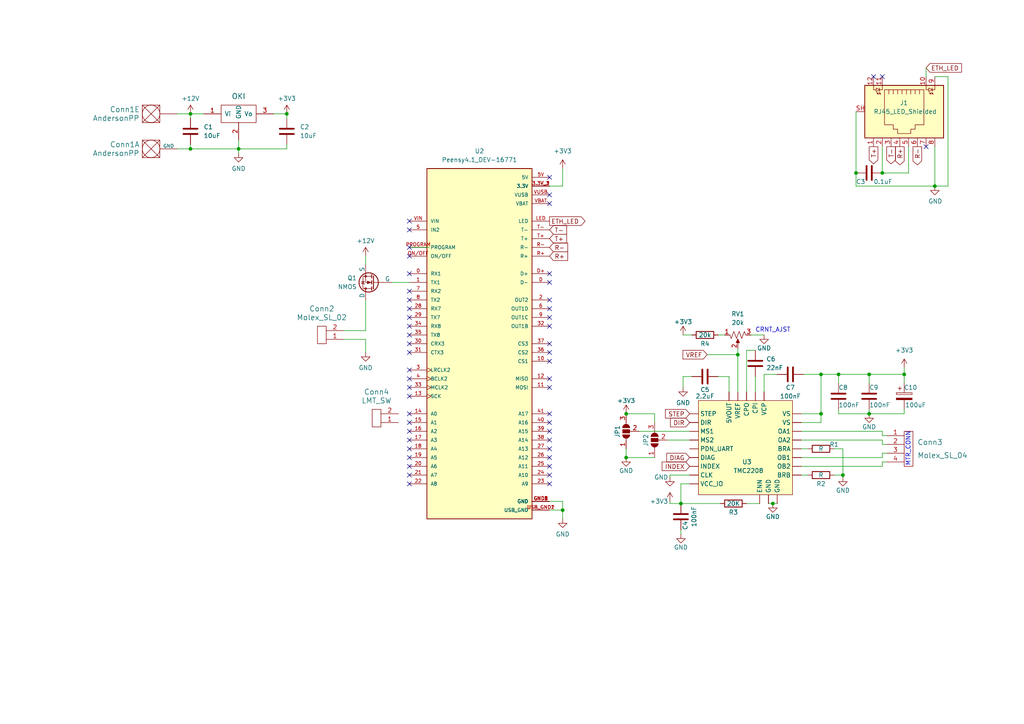
<source format=kicad_sch>
(kicad_sch (version 20230121) (generator eeschema)
  (paper "A4")
  (lib_symbols
    (symbol "Connector:RJ45_LED_Shielded" (pin_names (offset 1.016))
      (property "Reference" "J" (at -5.08 13.97 0))
      (property "Value" "RJ45_LED_Shielded" (at 1.27 13.97 0))
      (symbol "RJ45_LED_Shielded_0_1"
        (polyline (pts (xy -7.62 -7.62) (xy -6.35 -7.62)))
        (polyline (pts (xy -7.62 -5.08) (xy -6.35 -5.08)))
        (polyline (pts (xy -7.62 7.62) (xy -6.35 7.62)))
        (polyline (pts (xy -7.62 10.16) (xy -6.35 10.16)))
        (polyline (pts (xy -6.858 -5.842) (xy -5.842 -5.842)))
        (polyline (pts (xy -6.858 9.398) (xy -5.842 9.398)))
        (polyline (pts (xy -6.35 -7.62) (xy -6.35 -6.858)))
        (polyline (pts (xy -6.35 -5.08) (xy -6.35 -5.842)))
        (polyline (pts (xy -6.35 7.62) (xy -6.35 8.382)))
        (polyline (pts (xy -6.35 10.16) (xy -6.35 9.398)))
        (polyline (pts (xy -5.08 -6.223) (xy -5.207 -6.604)))
        (polyline (pts (xy -5.08 -5.588) (xy -5.207 -5.969)))
        (polyline (pts (xy -5.08 4.445) (xy -6.35 4.445)))
        (polyline (pts (xy -5.08 5.715) (xy -6.35 5.715)))
        (polyline (pts (xy -5.08 9.017) (xy -5.207 8.636)))
        (polyline (pts (xy -5.08 9.652) (xy -5.207 9.271)))
        (polyline (pts (xy -6.35 -3.175) (xy -5.08 -3.175) (xy -5.08 -3.175)))
        (polyline (pts (xy -6.35 -1.905) (xy -5.08 -1.905) (xy -5.08 -1.905)))
        (polyline (pts (xy -6.35 -0.635) (xy -5.08 -0.635) (xy -5.08 -0.635)))
        (polyline (pts (xy -6.35 0.635) (xy -5.08 0.635) (xy -5.08 0.635)))
        (polyline (pts (xy -6.35 1.905) (xy -5.08 1.905) (xy -5.08 1.905)))
        (polyline (pts (xy -5.588 -6.731) (xy -5.08 -6.223) (xy -5.461 -6.35)))
        (polyline (pts (xy -5.588 -6.096) (xy -5.08 -5.588) (xy -5.461 -5.715)))
        (polyline (pts (xy -5.588 8.509) (xy -5.08 9.017) (xy -5.461 8.89)))
        (polyline (pts (xy -5.588 9.144) (xy -5.08 9.652) (xy -5.461 9.525)))
        (polyline (pts (xy -5.08 3.175) (xy -6.35 3.175) (xy -6.35 3.175)))
        (polyline (pts (xy -6.35 -5.842) (xy -6.858 -6.858) (xy -5.842 -6.858) (xy -6.35 -5.842)))
        (polyline (pts (xy -6.35 9.398) (xy -6.858 8.382) (xy -5.842 8.382) (xy -6.35 9.398)))
        (polyline (pts (xy -6.35 -4.445) (xy -6.35 6.985) (xy 3.81 6.985) (xy 3.81 4.445) (xy 5.08 4.445) (xy 5.08 3.175) (xy 6.35 3.175) (xy 6.35 -0.635) (xy 5.08 -0.635) (xy 5.08 -1.905) (xy 3.81 -1.905) (xy 3.81 -4.445) (xy -6.35 -4.445) (xy -6.35 -4.445)))
        (rectangle (start 7.62 12.7) (end -7.62 -10.16) (stroke (width 0.254)) (fill (type background)))
      )
      (symbol "RJ45_LED_Shielded_1_1"
        (pin passive line (at 10.16 -7.62 180) (length 2.54) (name "~") (number "1"))
        (pin passive line (at -10.16 7.62 0) (length 2.54) (name "~") (number "10"))
        (pin passive line (at -10.16 -5.08 0) (length 2.54) (name "~") (number "11"))
        (pin passive line (at -10.16 -7.62 0) (length 2.54) (name "~") (number "12"))
        (pin passive line (at 10.16 -5.08 180) (length 2.54) (name "~") (number "2"))
        (pin passive line (at 10.16 -2.54 180) (length 2.54) (name "~") (number "3"))
        (pin passive line (at 10.16 0 180) (length 2.54) (name "~") (number "4"))
        (pin passive line (at 10.16 2.54 180) (length 2.54) (name "~") (number "5"))
        (pin passive line (at 10.16 5.08 180) (length 2.54) (name "~") (number "6"))
        (pin passive line (at 10.16 7.62 180) (length 2.54) (name "~") (number "7"))
        (pin passive line (at 10.16 10.16 180) (length 2.54) (name "~") (number "8"))
        (pin passive line (at -10.16 10.16 0) (length 2.54) (name "~") (number "9"))
        (pin passive line (at 0 -12.7 90) (length 2.54) (name "~") (number "SH"))
      )
    )
    (symbol "Device:C" (pin_numbers hide) (pin_names (offset 0.254))
      (property "Reference" "C" (at 0.635 2.54 0))
      (property "Value" "C" (at 0.635 -2.54 0))
      (symbol "C_0_1"
        (polyline (pts (xy -2.032 -0.762) (xy 2.032 -0.762)) (stroke (width 0.508)))
        (polyline (pts (xy -2.032 0.762) (xy 2.032 0.762)) (stroke (width 0.508)))
      )
      (symbol "C_1_1"
        (pin passive line (at 0 3.81 270) (length 2.794) (name "~") (number "1"))
        (pin passive line (at 0 -3.81 90) (length 2.794) (name "~") (number "2"))
      )
    )
    (symbol "Device:C_Polarized" (pin_numbers hide) (pin_names (offset 0.254))
      (property "Reference" "C" (at 0.635 2.54 0))
      (property "Value" "C_Polarized" (at 0.635 -2.54 0))
      (symbol "C_Polarized_0_1"
        (rectangle (start -2.286 0.508) (end 2.286 1.016))
        (polyline (pts (xy -1.778 2.286) (xy -0.762 2.286)))
        (polyline (pts (xy -1.27 2.794) (xy -1.27 1.778)))
        (rectangle (start 2.286 -0.508) (end -2.286 -1.016) (fill (type outline)))
      )
      (symbol "C_Polarized_1_1"
        (pin passive line (at 0 3.81 270) (length 2.794) (name "~") (number "1"))
        (pin passive line (at 0 -3.81 90) (length 2.794) (name "~") (number "2"))
      )
    )
    (symbol "Device:R" (pin_numbers hide) (pin_names (offset 0))
      (property "Reference" "R" (at 2.032 0 90))
      (property "Value" "R" (at 0 0 90))
      (symbol "R_0_1"
        (rectangle (start -1.016 -2.54) (end 1.016 2.54) (stroke (width 0.254)))
      )
      (symbol "R_1_1"
        (pin passive line (at 0 3.81 270) (length 1.27) (name "~") (number "1"))
        (pin passive line (at 0 -3.81 90) (length 1.27) (name "~") (number "2"))
      )
    )
    (symbol "Device:R_Potentiometer_US" (pin_names (offset 1.016) hide)
      (property "Reference" "RV" (at -4.445 0 90))
      (property "Value" "R_Potentiometer_US" (at -2.54 0 90))
      (symbol "R_Potentiometer_US_0_1"
        (polyline (pts (xy 0 -2.286) (xy 0 -2.54)))
        (polyline (pts (xy 0 2.54) (xy 0 2.286)))
        (polyline (pts (xy 2.54 0) (xy 1.524 0)))
        (polyline (pts (xy 1.143 0) (xy 2.286 0.508) (xy 2.286 -0.508) (xy 1.143 0)) (fill (type outline)))
        (polyline (pts (xy 0 -0.762) (xy 1.016 -1.143) (xy 0 -1.524) (xy -1.016 -1.905) (xy 0 -2.286)))
        (polyline (pts (xy 0 0.762) (xy 1.016 0.381) (xy 0 0) (xy -1.016 -0.381) (xy 0 -0.762)))
        (polyline (pts (xy 0 2.286) (xy 1.016 1.905) (xy 0 1.524) (xy -1.016 1.143) (xy 0 0.762)))
      )
      (symbol "R_Potentiometer_US_1_1"
        (pin passive line (at 0 3.81 270) (length 1.27) (name "1") (number "1"))
        (pin passive line (at 3.81 0 180) (length 1.27) (name "2") (number "2"))
        (pin passive line (at 0 -3.81 90) (length 1.27) (name "3") (number "3"))
      )
    )
    (symbol "Jumper:SolderJumper_3_Open" (pin_names (offset 0) hide)
      (property "Reference" "JP" (at -2.54 -2.54 0))
      (property "Value" "SolderJumper_3_Open" (at 0 2.794 0))
      (symbol "SolderJumper_3_Open_0_1"
        (arc (start -1.016 1.016) (mid -2.0276 0) (end -1.016 -1.016))
        (arc (start -1.016 1.016) (mid -2.0276 0) (end -1.016 -1.016) (fill (type outline)))
        (rectangle (start -0.508 1.016) (end 0.508 -1.016) (fill (type outline)))
        (polyline (pts (xy -2.54 0) (xy -2.032 0)))
        (polyline (pts (xy -1.016 1.016) (xy -1.016 -1.016)))
        (polyline (pts (xy 0 -1.27) (xy 0 -1.016)))
        (polyline (pts (xy 1.016 1.016) (xy 1.016 -1.016)))
        (polyline (pts (xy 2.54 0) (xy 2.032 0)))
        (arc (start 1.016 -1.016) (mid 2.0276 0) (end 1.016 1.016))
        (arc (start 1.016 -1.016) (mid 2.0276 0) (end 1.016 1.016) (fill (type outline)))
      )
      (symbol "SolderJumper_3_Open_1_1"
        (pin passive line (at -5.08 0 0) (length 2.54) (name "A") (number "1"))
        (pin passive line (at 0 -3.81 90) (length 2.54) (name "C") (number "2"))
        (pin passive line (at 5.08 0 180) (length 2.54) (name "B") (number "3"))
      )
    )
    (symbol "MRDT_Connectors:AndersonPP" (pin_numbers hide) (pin_names (offset 0))
      (property "Reference" "Conn" (at 3.81 -1.27 0))
      (property "Value" "AndersonPP" (at 2.54 6.35 0))
      (symbol "AndersonPP_0_1"
        (polyline (pts (xy 0 5.08) (xy 5.08 0)))
        (polyline (pts (xy 5.08 5.08) (xy 0 0)))
        (rectangle (start 0 0) (end 5.08 5.08))
        (circle (center 2.54 2.54) (radius 2.54))
      )
      (symbol "AndersonPP_1_1"
        (pin input line (at 10.16 2.54 180) (length 5.08) (name "GND") (number "1"))
      )
      (symbol "AndersonPP_2_1"
        (pin input line (at 10.16 2.54 180) (length 5.08) (name "V+Log") (number "2"))
      )
      (symbol "AndersonPP_3_1"
        (pin input line (at 10.16 2.54 180) (length 5.08) (name "V+Act") (number "3"))
      )
      (symbol "AndersonPP_4_1"
        (pin input line (at 10.16 2.54 180) (length 5.08) (name "PV+") (number "4"))
      )
      (symbol "AndersonPP_5_1"
        (pin input line (at 10.16 2.54 180) (length 5.08) (name "~") (number "1"))
      )
    )
    (symbol "MRDT_Connectors:Molex_SL_02" (pin_names (offset 1.016))
      (property "Reference" "Conn" (at 3.81 -1.27 0))
      (property "Value" "Molex_SL_02" (at 1.27 6.35 0))
      (symbol "Molex_SL_02_0_1"
        (rectangle (start 0 5.08) (end 2.54 0))
      )
      (symbol "Molex_SL_02_1_1"
        (pin input line (at -5.08 3.81 0) (length 5.08) (name "~") (number "1"))
        (pin input line (at -5.08 1.27 0) (length 5.08) (name "~") (number "2"))
      )
    )
    (symbol "MRDT_Connectors:Molex_SL_04" (pin_names (offset 1.016))
      (property "Reference" "Conn" (at 3.81 -1.27 0))
      (property "Value" "Molex_SL_04" (at 1.27 11.43 0))
      (symbol "Molex_SL_04_0_1"
        (rectangle (start 0 10.16) (end 2.54 0))
      )
      (symbol "Molex_SL_04_1_1"
        (pin input line (at -5.08 8.89 0) (length 5.08) (name "~") (number "1"))
        (pin input line (at -5.08 6.35 0) (length 5.08) (name "~") (number "2"))
        (pin input line (at -5.08 3.81 0) (length 5.08) (name "~") (number "3"))
        (pin input line (at -5.08 1.27 0) (length 5.08) (name "~") (number "4"))
      )
    )
    (symbol "MRDT_Devices:OKI" (pin_names (offset 1.016))
      (property "Value" "OKI" (at 5.08 6.35 0))
      (symbol "OKI_0_1"
        (rectangle (start 0 0) (end 10.16 5.08))
      )
      (symbol "OKI_1_1"
        (pin input line (at -5.08 2.54 0) (length 5.08) (name "Vi") (number "1"))
        (pin output line (at 5.08 -5.08 90) (length 5.08) (name "GND") (number "2"))
        (pin output line (at 15.24 2.54 180) (length 5.08) (name "Vo") (number "3"))
      )
    )
    (symbol "MRDT_Devices:TMC2208"
      (property "Reference" "U?" (at 0 0 0))
      (property "Value" "TMC2208" (at 0 0 0))
      (symbol "TMC2208_1_1"
        (rectangle (start -13.97 13.97) (end 13.335 -13.335) (fill (type background)))
        (pin input line (at -5.08 16.51 270) (length 2.54) (name "5VOUT") (number ""))
        (pin input line (at 15.875 0 180) (length 2.54) (name "BRA") (number ""))
        (pin input line (at 15.875 -7.62 180) (length 2.54) (name "BRB") (number ""))
        (pin input line (at -16.51 -7.62 0) (length 2.54) (name "CLK") (number ""))
        (pin input line (at 2.54 16.51 270) (length 2.54) (name "CPI") (number ""))
        (pin input line (at 0 16.51 270) (length 2.54) (name "CPO") (number ""))
        (pin input line (at -16.51 -2.54 0) (length 2.54) (name "DIAG") (number ""))
        (pin input line (at -16.51 7.62 0) (length 2.54) (name "DIR") (number ""))
        (pin input line (at 3.81 -15.875 90) (length 2.54) (name "ENN") (number ""))
        (pin input line (at 6.35 -15.875 90) (length 2.54) (name "GND") (number ""))
        (pin input line (at 8.89 -15.875 90) (length 2.54) (name "GND") (number ""))
        (pin input line (at -16.51 -5.08 0) (length 2.54) (name "INDEX") (number ""))
        (pin input line (at -16.51 5.08 0) (length 2.54) (name "MS1") (number ""))
        (pin input line (at -16.51 2.54 0) (length 2.54) (name "MS2") (number ""))
        (pin input line (at 15.875 5.08 180) (length 2.54) (name "OA1") (number ""))
        (pin input line (at 15.875 2.54 180) (length 2.54) (name "OA2") (number ""))
        (pin input line (at 15.875 -2.54 180) (length 2.54) (name "OB1") (number ""))
        (pin input line (at 15.875 -5.08 180) (length 2.54) (name "OB2") (number ""))
        (pin input line (at -16.51 0 0) (length 2.54) (name "PDN_UART") (number ""))
        (pin input line (at -16.51 10.16 0) (length 2.54) (name "STEP") (number ""))
        (pin input line (at -16.51 -10.16 0) (length 2.54) (name "VCC_IO") (number ""))
        (pin input line (at 5.08 16.51 270) (length 2.54) (name "VCP") (number ""))
        (pin input line (at -2.54 16.51 270) (length 2.54) (name "VREF") (number ""))
        (pin input line (at 15.875 7.62 180) (length 2.54) (name "VS") (number ""))
        (pin input line (at 15.875 10.16 180) (length 2.54) (name "VS") (number ""))
      )
    )
    (symbol "MRDT_Shields:Teensy4.1_DEV-16771" (pin_names (offset 1.016))
      (property "Reference" "U" (at -15.24 52.07 0))
      (property "Value" "Teensy4.1_DEV-16771" (at -15.24 -53.34 0))
      (symbol "Teensy4.1_DEV-16771_0_0"
        (rectangle (start -15.24 -50.8) (end 15.24 50.8) (stroke (width 0.254)) (fill (type background)))
        (pin bidirectional line (at -20.32 20.32 0) (length 5.08) (name "RX1") (number "0"))
        (pin bidirectional line (at -20.32 17.78 0) (length 5.08) (name "TX1") (number "1"))
        (pin bidirectional line (at 20.32 -5.08 180) (length 5.08) (name "CS1") (number "10"))
        (pin bidirectional line (at 20.32 -12.7 180) (length 5.08) (name "MOSI") (number "11"))
        (pin bidirectional line (at 20.32 -10.16 180) (length 5.08) (name "MISO") (number "12"))
        (pin bidirectional clock (at -20.32 -15.24 0) (length 5.08) (name "SCK") (number "13"))
        (pin bidirectional line (at -20.32 -20.32 0) (length 5.08) (name "A0") (number "14"))
        (pin bidirectional line (at -20.32 -22.86 0) (length 5.08) (name "A1") (number "15"))
        (pin bidirectional line (at -20.32 -25.4 0) (length 5.08) (name "A2") (number "16"))
        (pin bidirectional line (at -20.32 -27.94 0) (length 5.08) (name "A3") (number "17"))
        (pin bidirectional line (at -20.32 -30.48 0) (length 5.08) (name "A4") (number "18"))
        (pin bidirectional line (at -20.32 -33.02 0) (length 5.08) (name "A5") (number "19"))
        (pin output line (at 20.32 12.7 180) (length 5.08) (name "OUT2") (number "2"))
        (pin bidirectional line (at -20.32 -35.56 0) (length 5.08) (name "A6") (number "20"))
        (pin bidirectional line (at -20.32 -38.1 0) (length 5.08) (name "A7") (number "21"))
        (pin bidirectional line (at -20.32 -40.64 0) (length 5.08) (name "A8") (number "22"))
        (pin bidirectional line (at 20.32 -40.64 180) (length 5.08) (name "A9") (number "23"))
        (pin bidirectional line (at 20.32 -38.1 180) (length 5.08) (name "A10") (number "24"))
        (pin bidirectional line (at 20.32 -35.56 180) (length 5.08) (name "A11") (number "25"))
        (pin bidirectional line (at 20.32 -33.02 180) (length 5.08) (name "A12") (number "26"))
        (pin bidirectional line (at 20.32 -30.48 180) (length 5.08) (name "A13") (number "27"))
        (pin bidirectional line (at -20.32 10.16 0) (length 5.08) (name "RX7") (number "28"))
        (pin bidirectional line (at -20.32 7.62 0) (length 5.08) (name "TX7") (number "29"))
        (pin bidirectional clock (at -20.32 -7.62 0) (length 5.08) (name "LRCLK2") (number "3"))
        (pin power_in line (at 20.32 45.72 180) (length 5.08) (name "3.3V") (number "3.3V_1"))
        (pin power_in line (at 20.32 45.72 180) (length 5.08) (name "3.3V") (number "3.3V_2"))
        (pin power_in line (at 20.32 45.72 180) (length 5.08) (name "3.3V") (number "3.3V_3"))
        (pin bidirectional line (at -20.32 0 0) (length 5.08) (name "CRX3") (number "30"))
        (pin bidirectional line (at -20.32 -2.54 0) (length 5.08) (name "CTX3") (number "31"))
        (pin output line (at 20.32 5.08 180) (length 5.08) (name "OUT1B") (number "32"))
        (pin bidirectional clock (at -20.32 -12.7 0) (length 5.08) (name "MCLK2") (number "33"))
        (pin bidirectional line (at -20.32 5.08 0) (length 5.08) (name "RX8") (number "34"))
        (pin bidirectional line (at -20.32 2.54 0) (length 5.08) (name "TX8") (number "35"))
        (pin bidirectional line (at 20.32 -2.54 180) (length 5.08) (name "CS2") (number "36"))
        (pin bidirectional line (at 20.32 0 180) (length 5.08) (name "CS3") (number "37"))
        (pin bidirectional line (at 20.32 -27.94 180) (length 5.08) (name "A14") (number "38"))
        (pin bidirectional line (at 20.32 -25.4 180) (length 5.08) (name "A15") (number "39"))
        (pin bidirectional clock (at -20.32 -10.16 0) (length 5.08) (name "BCLK2") (number "4"))
        (pin bidirectional line (at 20.32 -22.86 180) (length 5.08) (name "A16") (number "40"))
        (pin bidirectional line (at 20.32 -20.32 180) (length 5.08) (name "A17") (number "41"))
        (pin bidirectional line (at -20.32 33.02 0) (length 5.08) (name "IN2") (number "5"))
        (pin power_in line (at 20.32 48.26 180) (length 5.08) (name "5V") (number "5V"))
        (pin output line (at 20.32 10.16 180) (length 5.08) (name "OUT1D") (number "6"))
        (pin bidirectional line (at -20.32 15.24 0) (length 5.08) (name "RX2") (number "7"))
        (pin bidirectional line (at -20.32 12.7 0) (length 5.08) (name "TX2") (number "8"))
        (pin output line (at 20.32 7.62 180) (length 5.08) (name "OUT1C") (number "9"))
        (pin bidirectional line (at 20.32 17.78 180) (length 5.08) (name "D-") (number "D"))
        (pin bidirectional line (at 20.32 20.32 180) (length 5.08) (name "D+") (number "D+"))
        (pin power_in line (at 20.32 -45.72 180) (length 5.08) (name "GND") (number "GND1"))
        (pin power_in line (at 20.32 -45.72 180) (length 5.08) (name "GND") (number "GND2"))
        (pin power_in line (at 20.32 -45.72 180) (length 5.08) (name "GND") (number "GND3"))
        (pin power_in line (at 20.32 -45.72 180) (length 5.08) (name "GND") (number "GND4"))
        (pin power_in line (at 20.32 -45.72 180) (length 5.08) (name "GND") (number "GND5"))
        (pin bidirectional line (at 20.32 35.56 180) (length 5.08) (name "LED") (number "LED"))
        (pin bidirectional line (at -20.32 25.4 0) (length 5.08) (name "ON/OFF") (number "ON/OFF"))
        (pin bidirectional line (at -20.32 27.94 0) (length 5.08) (name "PROGRAM") (number "PROGRAM"))
        (pin bidirectional line (at 20.32 25.4 180) (length 5.08) (name "R+") (number "R+"))
        (pin bidirectional line (at 20.32 27.94 180) (length 5.08) (name "R-") (number "R-"))
        (pin bidirectional line (at 20.32 30.48 180) (length 5.08) (name "T+") (number "T+"))
        (pin bidirectional line (at 20.32 33.02 180) (length 5.08) (name "T-") (number "T-"))
        (pin power_in line (at 20.32 -48.26 180) (length 5.08) (name "USB_GND") (number "USB_GND1"))
        (pin power_in line (at 20.32 -48.26 180) (length 5.08) (name "USB_GND") (number "USB_GND2"))
        (pin passive line (at 20.32 40.64 180) (length 5.08) (name "VBAT") (number "VBAT"))
        (pin input line (at -20.32 35.56 0) (length 5.08) (name "VIN") (number "VIN"))
        (pin passive line (at 20.32 43.18 180) (length 5.08) (name "VUSB") (number "VUSB"))
      )
    )
    (symbol "Simulation_SPICE:NMOS" (pin_numbers hide) (pin_names (offset 0))
      (property "Reference" "Q" (at 5.08 1.27 0))
      (property "Value" "NMOS" (at 5.08 -1.27 0))
      (symbol "NMOS_0_1"
        (polyline (pts (xy 0.254 0) (xy -2.54 0)))
        (polyline (pts (xy 0.254 1.905) (xy 0.254 -1.905)) (stroke (width 0.254)))
        (polyline (pts (xy 0.762 -1.27) (xy 0.762 -2.286)) (stroke (width 0.254)))
        (polyline (pts (xy 0.762 0.508) (xy 0.762 -0.508)) (stroke (width 0.254)))
        (polyline (pts (xy 0.762 2.286) (xy 0.762 1.27)) (stroke (width 0.254)))
        (polyline (pts (xy 2.54 2.54) (xy 2.54 1.778)))
        (polyline (pts (xy 2.54 -2.54) (xy 2.54 0) (xy 0.762 0)))
        (polyline (pts (xy 0.762 -1.778) (xy 3.302 -1.778) (xy 3.302 1.778) (xy 0.762 1.778)))
        (polyline (pts (xy 1.016 0) (xy 2.032 0.381) (xy 2.032 -0.381) (xy 1.016 0)) (fill (type outline)))
        (polyline (pts (xy 2.794 0.508) (xy 2.921 0.381) (xy 3.683 0.381) (xy 3.81 0.254)))
        (polyline (pts (xy 3.302 0.381) (xy 2.921 -0.254) (xy 3.683 -0.254) (xy 3.302 0.381)))
        (circle (center 1.651 0) (radius 2.794) (stroke (width 0.254)))
        (circle (center 2.54 -1.778) (radius 0.254) (fill (type outline)))
        (circle (center 2.54 1.778) (radius 0.254) (fill (type outline)))
      )
      (symbol "NMOS_1_1"
        (pin passive line (at 2.54 5.08 270) (length 2.54) (name "D") (number "1"))
        (pin input line (at -5.08 0 0) (length 2.54) (name "G") (number "2"))
        (pin passive line (at 2.54 -5.08 90) (length 2.54) (name "S") (number "3"))
      )
    )
    (symbol "power:+12V" (power) (pin_names (offset 0))
      (property "Value" "+12V" (at 0 3.556 0))
      (symbol "+12V_0_1"
        (polyline (pts (xy -0.762 1.27) (xy 0 2.54)))
        (polyline (pts (xy 0 0) (xy 0 2.54)))
        (polyline (pts (xy 0 2.54) (xy 0.762 1.27)))
      )
      (symbol "+12V_1_1"
        (pin power_in line (at 0 0 90) (length 0) hide (name "+12V") (number "1"))
      )
    )
    (symbol "power:+3V3" (power) (pin_names (offset 0))
      (property "Value" "+3V3" (at 0 3.556 0))
      (symbol "+3V3_0_1"
        (polyline (pts (xy -0.762 1.27) (xy 0 2.54)))
        (polyline (pts (xy 0 0) (xy 0 2.54)))
        (polyline (pts (xy 0 2.54) (xy 0.762 1.27)))
      )
      (symbol "+3V3_1_1"
        (pin power_in line (at 0 0 90) (length 0) hide (name "+3V3") (number "1"))
      )
    )
    (symbol "power:GND" (power) (pin_names (offset 0))
      (property "Value" "GND" (at 0 -3.81 0))
      (symbol "GND_0_1"
        (polyline (pts (xy 0 0) (xy 0 -1.27) (xy 1.27 -1.27) (xy 0 -2.54) (xy -1.27 -1.27) (xy 0 -1.27)))
      )
      (symbol "GND_1_1"
        (pin power_in line (at 0 0 270) (length 0) hide (name "GND") (number "1"))
      )
    )
  )
  (junction (at 271.145 53.975))
  (junction (at 181.61 120.015))
  (junction (at 224.155 146.05))
  (junction (at 255.905 50.165))
  (junction (at 252.095 120.015))
  (junction (at 83.185 33.02))
  (junction (at 55.245 33.02))
  (junction (at 252.095 108.585))
  (junction (at 262.255 108.585))
  (junction (at 163.195 147.955))
  (junction (at 243.205 108.585))
  (junction (at 238.125 120.015))
  (junction (at 181.61 132.715))
  (junction (at 55.245 43.18))
  (junction (at 69.215 43.18))
  (junction (at 238.125 108.585))
  (junction (at 248.285 50.165))
  (junction (at 197.485 146.05))
  (junction (at 213.995 102.87))
  (junction (at 244.475 137.795))
  (no_connect (at 159.385 135.255))
  (no_connect (at 118.745 84.455))
  (no_connect (at 159.385 94.615))
  (no_connect (at 159.385 99.695))
  (no_connect (at 159.385 127.635))
  (no_connect (at 159.385 104.775))
  (no_connect (at 118.745 114.935))
  (no_connect (at 118.745 102.235))
  (no_connect (at 159.385 79.375))
  (no_connect (at 118.745 97.155))
  (no_connect (at 118.745 135.255))
  (no_connect (at 255.905 22.225))
  (no_connect (at 118.745 99.695))
  (no_connect (at 159.385 51.435))
  (no_connect (at 159.385 86.995))
  (no_connect (at 159.385 56.515))
  (no_connect (at 268.605 42.545))
  (no_connect (at 159.385 92.075))
  (no_connect (at 118.745 112.395))
  (no_connect (at 159.385 109.855))
  (no_connect (at 118.745 64.135))
  (no_connect (at 159.385 102.235))
  (no_connect (at 159.385 112.395))
  (no_connect (at 159.385 132.715))
  (no_connect (at 118.745 94.615))
  (no_connect (at 159.385 120.015))
  (no_connect (at 118.745 130.175))
  (no_connect (at 118.745 137.795))
  (no_connect (at 118.745 122.555))
  (no_connect (at 118.745 66.675))
  (no_connect (at 159.385 81.915))
  (no_connect (at 118.745 107.315))
  (no_connect (at 159.385 122.555))
  (no_connect (at 253.365 22.225))
  (no_connect (at 118.745 109.855))
  (no_connect (at 159.385 89.535))
  (no_connect (at 159.385 140.335))
  (no_connect (at 118.745 125.095))
  (no_connect (at 118.745 140.335))
  (no_connect (at 159.385 125.095))
  (no_connect (at 118.745 71.755))
  (no_connect (at 118.745 132.715))
  (no_connect (at 118.745 74.295))
  (no_connect (at 159.385 137.795))
  (no_connect (at 118.745 127.635))
  (no_connect (at 118.745 86.995))
  (no_connect (at 118.745 120.015))
  (no_connect (at 159.385 130.175))
  (no_connect (at 118.745 79.375))
  (no_connect (at 118.745 92.075))
  (no_connect (at 118.745 89.535))
  (no_connect (at 159.385 59.055))
  (wire (pts (xy 263.525 50.165) (xy 255.905 50.165)))
  (wire (pts (xy 255.905 42.545) (xy 255.905 50.165)))
  (wire (pts (xy 159.385 53.975) (xy 163.195 53.975)))
  (wire (pts (xy 262.255 111.125) (xy 262.255 108.585)))
  (wire (pts (xy 238.125 108.585) (xy 238.125 120.015)))
  (wire (pts (xy 252.095 118.745) (xy 252.095 120.015)))
  (wire (pts (xy 217.805 97.155) (xy 221.615 97.155)))
  (wire (pts (xy 106.045 86.995) (xy 106.045 95.885)))
  (wire (pts (xy 243.205 120.015) (xy 252.095 120.015)))
  (wire (pts (xy 238.125 108.585) (xy 243.205 108.585)))
  (wire (pts (xy 216.535 101.6) (xy 216.535 113.665)))
  (wire (pts (xy 252.095 108.585) (xy 262.255 108.585)))
  (wire (pts (xy 163.195 147.955) (xy 163.195 150.495)))
  (wire (pts (xy 221.615 113.665) (xy 221.615 108.585)))
  (wire (pts (xy 118.745 81.915) (xy 113.665 81.915)))
  (wire (pts (xy 255.905 135.255) (xy 255.905 133.985)))
  (wire (pts (xy 262.255 118.745) (xy 262.255 120.015)))
  (wire (pts (xy 181.61 130.175) (xy 181.61 132.715)))
  (wire (pts (xy 79.375 33.02) (xy 83.185 33.02)))
  (wire (pts (xy 213.995 100.965) (xy 213.995 102.87)))
  (wire (pts (xy 255.905 128.905) (xy 257.175 128.905)))
  (wire (pts (xy 197.485 140.335) (xy 197.485 146.05)))
  (wire (pts (xy 271.145 42.545) (xy 271.145 53.975)))
  (wire (pts (xy 99.695 98.425) (xy 106.045 98.425)))
  (wire (pts (xy 248.285 32.385) (xy 248.285 50.165)))
  (wire (pts (xy 185.42 125.095) (xy 200.025 125.095)))
  (wire (pts (xy 211.455 109.22) (xy 208.28 109.22)))
  (wire (pts (xy 106.045 74.295) (xy 106.045 76.835)))
  (wire (pts (xy 248.285 53.975) (xy 271.145 53.975)))
  (wire (pts (xy 252.095 111.125) (xy 252.095 108.585)))
  (wire (pts (xy 255.905 127.635) (xy 232.41 127.635)))
  (wire (pts (xy 232.41 135.255) (xy 255.905 135.255)))
  (wire (pts (xy 194.31 137.795) (xy 194.31 138.43)))
  (wire (pts (xy 255.905 131.445) (xy 257.175 131.445)))
  (wire (pts (xy 197.485 153.67) (xy 197.485 154.94)))
  (wire (pts (xy 200.66 109.22) (xy 198.12 109.22)))
  (wire (pts (xy 83.185 43.18) (xy 83.185 41.91)))
  (wire (pts (xy 262.255 106.68) (xy 262.255 108.585)))
  (wire (pts (xy 69.215 40.64) (xy 69.215 43.18)))
  (wire (pts (xy 55.245 43.18) (xy 69.215 43.18)))
  (wire (pts (xy 159.385 145.415) (xy 163.195 145.415)))
  (wire (pts (xy 189.865 120.015) (xy 181.61 120.015)))
  (wire (pts (xy 163.195 145.415) (xy 163.195 147.955)))
  (wire (pts (xy 271.145 53.975) (xy 274.955 53.975)))
  (wire (pts (xy 55.245 34.29) (xy 55.245 33.02)))
  (wire (pts (xy 255.905 125.095) (xy 232.41 125.095)))
  (wire (pts (xy 159.385 147.955) (xy 163.195 147.955)))
  (wire (pts (xy 241.935 130.175) (xy 244.475 130.175)))
  (wire (pts (xy 205.105 102.87) (xy 213.995 102.87)))
  (wire (pts (xy 219.075 109.22) (xy 219.075 113.665)))
  (wire (pts (xy 255.905 133.985) (xy 257.175 133.985)))
  (wire (pts (xy 194.31 145.415) (xy 194.31 146.05)))
  (wire (pts (xy 200.025 140.335) (xy 197.485 140.335)))
  (wire (pts (xy 189.865 132.715) (xy 181.61 132.715)))
  (wire (pts (xy 252.095 120.015) (xy 262.255 120.015)))
  (wire (pts (xy 208.915 146.05) (xy 197.485 146.05)))
  (wire (pts (xy 274.955 22.225) (xy 271.145 22.225)))
  (wire (pts (xy 244.475 130.175) (xy 244.475 137.795)))
  (wire (pts (xy 55.245 43.18) (xy 55.245 41.91)))
  (wire (pts (xy 243.205 118.745) (xy 243.205 120.015)))
  (wire (pts (xy 243.205 108.585) (xy 243.205 111.125)))
  (wire (pts (xy 198.12 97.155) (xy 200.66 97.155)))
  (wire (pts (xy 274.955 22.225) (xy 274.955 53.975)))
  (wire (pts (xy 193.675 127.635) (xy 200.025 127.635)))
  (wire (pts (xy 248.285 50.165) (xy 248.285 53.975)))
  (wire (pts (xy 232.41 130.175) (xy 234.315 130.175)))
  (wire (pts (xy 255.905 128.905) (xy 255.905 127.635)))
  (wire (pts (xy 232.41 132.715) (xy 255.905 132.715)))
  (wire (pts (xy 220.345 146.05) (xy 216.535 146.05)))
  (wire (pts (xy 69.215 43.18) (xy 69.215 44.45)))
  (wire (pts (xy 241.935 137.795) (xy 244.475 137.795)))
  (wire (pts (xy 59.055 33.02) (xy 55.245 33.02)))
  (wire (pts (xy 238.125 120.015) (xy 238.125 122.555)))
  (wire (pts (xy 83.185 34.29) (xy 83.185 33.02)))
  (wire (pts (xy 222.885 146.05) (xy 224.155 146.05)))
  (wire (pts (xy 106.045 95.885) (xy 99.695 95.885)))
  (wire (pts (xy 244.475 137.795) (xy 244.475 138.43)))
  (wire (pts (xy 221.615 108.585) (xy 225.425 108.585)))
  (wire (pts (xy 243.205 108.585) (xy 252.095 108.585)))
  (wire (pts (xy 106.045 98.425) (xy 106.045 102.235)))
  (wire (pts (xy 51.435 43.18) (xy 55.245 43.18)))
  (wire (pts (xy 69.215 43.18) (xy 83.185 43.18)))
  (wire (pts (xy 211.455 113.665) (xy 211.455 109.22)))
  (wire (pts (xy 232.41 122.555) (xy 238.125 122.555)))
  (wire (pts (xy 198.12 109.22) (xy 198.12 112.395)))
  (wire (pts (xy 255.905 126.365) (xy 255.905 125.095)))
  (wire (pts (xy 208.28 97.155) (xy 210.185 97.155)))
  (wire (pts (xy 163.195 53.975) (xy 163.195 48.895)))
  (wire (pts (xy 255.905 126.365) (xy 257.175 126.365)))
  (wire (pts (xy 224.155 146.05) (xy 225.425 146.05)))
  (wire (pts (xy 232.41 137.795) (xy 234.315 137.795)))
  (wire (pts (xy 200.025 137.795) (xy 194.31 137.795)))
  (wire (pts (xy 255.905 132.715) (xy 255.905 131.445)))
  (wire (pts (xy 268.605 19.685) (xy 268.605 22.225)))
  (wire (pts (xy 189.865 122.555) (xy 189.865 120.015)))
  (wire (pts (xy 118.745 71.755) (xy 124.46 71.755)))
  (wire (pts (xy 263.525 42.545) (xy 263.525 50.165)))
  (wire (pts (xy 51.435 33.02) (xy 55.245 33.02)))
  (wire (pts (xy 213.995 102.87) (xy 213.995 113.665)))
  (wire (pts (xy 233.045 108.585) (xy 238.125 108.585)))
  (wire (pts (xy 219.075 101.6) (xy 216.535 101.6)))
  (wire (pts (xy 232.41 120.015) (xy 238.125 120.015)))
  (wire (pts (xy 194.31 146.05) (xy 197.485 146.05)))
  (text "CRNT_AJST" (at 219.075 96.52 0) (effects (font (size 1.27 1.27)) (justify left bottom)))
  (text "MTR_CONN" (at 264.16 135.255 90) (effects (font (size 1.27 1.27)) (justify left bottom)))
  (global_label "T+" (shape output) (at 253.365 42.545 270) (property "Intersheetrefs" "${INTERSHEET_REFS}" (effects hide)))
  (global_label "R-" (shape output) (at 266.065 42.545 270) (property "Intersheetrefs" "${INTERSHEET_REFS}" (effects hide)))
  (global_label "DIR" (shape input) (at 200.025 122.555 180) (property "Intersheetrefs" "${INTERSHEET_REFS}" (effects hide)))
  (global_label "R-" (shape input) (at 159.385 71.755 0) (property "Intersheetrefs" "${INTERSHEET_REFS}" (effects hide)))
  (global_label "R+" (shape input) (at 159.385 74.295 0) (property "Intersheetrefs" "${INTERSHEET_REFS}" (effects hide)))
  (global_label "T-" (shape input) (at 159.385 66.675 0) (property "Intersheetrefs" "${INTERSHEET_REFS}" (effects hide)))
  (global_label "DIAG" (shape input) (at 200.025 132.715 180) (property "Intersheetrefs" "${INTERSHEET_REFS}" (effects hide)))
  (global_label "STEP" (shape input) (at 200.025 120.015 180) (property "Intersheetrefs" "${INTERSHEET_REFS}" (effects hide)))
  (global_label "ETH_LED" (shape input) (at 268.605 19.685 0) (property "Intersheetrefs" "${INTERSHEET_REFS}" (effects hide)))
  (global_label "T-" (shape output) (at 258.445 42.545 270) (property "Intersheetrefs" "${INTERSHEET_REFS}" (effects hide)))
  (global_label "INDEX" (shape input) (at 200.025 135.255 180) (property "Intersheetrefs" "${INTERSHEET_REFS}" (effects hide)))
  (global_label "VREF" (shape input) (at 205.105 102.87 180) (property "Intersheetrefs" "${INTERSHEET_REFS}" (effects hide)))
  (global_label "R+" (shape output) (at 260.985 42.545 270) (property "Intersheetrefs" "${INTERSHEET_REFS}" (effects hide)))
  (global_label "ETH_LED" (shape output) (at 159.385 64.135 0) (property "Intersheetrefs" "${INTERSHEET_REFS}" (effects hide)))
  (global_label "T+" (shape input) (at 159.385 69.215 0) (property "Intersheetrefs" "${INTERSHEET_REFS}" (effects hide)))
  (symbol (lib_id "power:GND") (at 194.31 138.43 0) (unit 1)
    (property "Reference" "#PWR018" (effects hide))
    (property "Value" "GND" (at 191.77 138.43 0))
  )
  (symbol (lib_id "power:GND") (at 224.155 146.05 0) (unit 1)
    (property "Reference" "#PWR014" (effects hide))
    (property "Value" "GND" (at 224.155 149.86 0))
  )
  (symbol (lib_id "power:+12V") (at 55.245 33.02 0) (unit 1)
    (property "Reference" "#PWR01" (effects hide))
    (property "Value" "+12V" (at 55.245 28.575 0))
  )
  (symbol (lib_id "power:GND") (at 197.485 154.94 0) (unit 1)
    (property "Reference" "#PWR011" (effects hide))
    (property "Value" "GND" (at 197.485 158.75 0))
  )
  (symbol (lib_id "MRDT_Devices:OKI") (at 64.135 35.56 0) (unit 1)
    (property "Reference" "U1" (effects hide))
    (property "Value" "OKI" (at 69.215 27.94 0) (effects (font (size 1.524 1.524))))
    (property "Footprint" "MRDT_Devices:OKI_Horizontal" (effects hide))
  )
  (symbol (lib_id "power:+3V3") (at 163.195 48.895 0) (unit 1)
    (property "Reference" "#PWR08" (effects hide))
    (property "Value" "+3V3" (at 163.195 43.815 0))
  )
  (symbol (lib_id "Device:R") (at 238.125 130.175 90) (unit 1)
    (property "Reference" "R1" (at 241.935 128.905 90))
    (property "Value" "R" (at 238.125 130.175 90))
  )
  (symbol (lib_id "power:GND") (at 198.12 112.395 0) (unit 1)
    (property "Reference" "#PWR012" (effects hide))
    (property "Value" "GND" (at 198.12 116.84 0))
  )
  (symbol (lib_id "power:GND") (at 106.045 102.235 0) (unit 1)
    (property "Reference" "#PWR06" (effects hide))
    (property "Value" "GND" (at 106.045 106.68 0))
  )
  (symbol (lib_id "Jumper:SolderJumper_3_Open") (at 189.865 127.635 90) (unit 1)
    (property "Reference" "JP2" (at 187.325 129.54 0) (effects (justify left)))
    (property "Value" "SolderJumper_3_Open" (effects hide))
  )
  (symbol (lib_id "Device:C") (at 252.095 50.165 270) (unit 1)
    (property "Reference" "C3" (at 248.285 52.705 90) (effects (justify left)))
    (property "Value" "0.1uF" (at 253.365 52.705 90) (effects (justify left)))
    (property "Footprint" "Capacitor_SMD:C_0603_1608Metric_Pad1.08x0.95mm_HandSolder" (effects hide))
    (property "Datasheet" "https://media.digikey.com/pdf/Data%20Sheets/Samsung%20PDFs/CL10B104KO8NNNC_Spec.pdf" (effects hide))
  )
  (symbol (lib_id "MRDT_Connectors:Molex_SL_02") (at 110.49 118.745 180) (unit 1)
    (property "Reference" "Conn4" (at 109.22 113.665 0) (effects (font (size 1.524 1.524))))
    (property "Value" "LMT_SW" (at 109.22 116.205 0) (effects (font (size 1.524 1.524))))
  )
  (symbol (lib_id "power:+3V3") (at 83.185 33.02 0) (unit 1)
    (property "Reference" "#PWR05" (effects hide))
    (property "Value" "+3V3" (at 83.185 28.575 0))
  )
  (symbol (lib_id "power:GND") (at 221.615 97.155 0) (unit 1)
    (property "Reference" "#PWR03" (effects hide))
    (property "Value" "GND" (at 221.615 100.965 0))
  )
  (symbol (lib_id "Device:R") (at 204.47 97.155 90) (unit 1)
    (property "Reference" "R4" (at 204.47 99.695 90))
    (property "Value" "20k" (at 204.47 97.155 90))
  )
  (symbol (lib_id "MRDT_Devices:TMC2208") (at 216.535 130.175 0) (unit 1)
    (property "Reference" "U3" (at 215.265 133.985 0) (effects (justify left)))
    (property "Value" "TMC2208" (at 212.725 136.525 0) (effects (justify left)))
  )
  (symbol (lib_id "power:GND") (at 163.195 150.495 0) (unit 1)
    (property "Reference" "#PWR09" (effects hide))
    (property "Value" "GND" (at 163.195 154.94 0))
  )
  (symbol (lib_id "power:GND") (at 181.61 132.715 0) (unit 1)
    (property "Reference" "#PWR020" (effects hide))
    (property "Value" "GND" (at 181.61 136.525 0))
  )
  (symbol (lib_id "power:GND") (at 69.215 44.45 0) (unit 1)
    (property "Reference" "#PWR02" (effects hide))
    (property "Value" "GND" (at 69.215 48.895 0))
  )
  (symbol (lib_id "Device:C") (at 55.245 38.1 0) (unit 1)
    (property "Reference" "C1" (at 59.055 36.83 0) (effects (justify left)))
    (property "Value" "10uF" (at 59.055 39.37 0) (effects (justify left)))
    (property "Footprint" "Capacitor_SMD:C_0603_1608Metric_Pad1.08x0.95mm_HandSolder" (effects hide))
  )
  (symbol (lib_id "power:GND") (at 252.095 120.015 0) (unit 1)
    (property "Reference" "#PWR016" (effects hide))
    (property "Value" "GND" (at 252.095 123.825 0))
  )
  (symbol (lib_id "Device:C") (at 204.47 109.22 90) (unit 1)
    (property "Reference" "C5" (at 204.47 113.03 90))
    (property "Value" "2.2uF" (at 204.47 114.935 90))
  )
  (symbol (lib_id "Device:R_Potentiometer_US") (at 213.995 97.155 90) (mirror x) (unit 1)
    (property "Reference" "RV1" (at 213.995 91.059 90))
    (property "Value" "20k" (at 213.995 93.599 90))
  )
  (symbol (lib_id "Device:C") (at 219.075 105.41 180) (unit 1)
    (property "Reference" "C6" (at 222.25 104.1399 0) (effects (justify right)))
    (property "Value" "22nF" (at 222.25 106.6799 0) (effects (justify right)))
  )
  (symbol (lib_id "MRDT_Connectors:Molex_SL_04") (at 262.255 135.255 0) (unit 1)
    (property "Reference" "Conn3" (at 266.065 128.27 0) (effects (font (size 1.524 1.524)) (justify left)))
    (property "Value" "Molex_SL_04" (at 266.065 132.08 0) (effects (font (size 1.524 1.524)) (justify left)))
  )
  (symbol (lib_id "Connector:RJ45_LED_Shielded") (at 260.985 32.385 270) (unit 1)
    (property "Reference" "J1" (at 260.985 29.845 90) (effects (justify left)))
    (property "Value" "RJ45_LED_Shielded" (at 253.365 32.385 90) (effects (justify left)))
    (property "Footprint" "MRDT_Connectors:RJ45_Teensy" (effects hide))
    (property "Description " "On BMS Box" (effects hide))
  )
  (symbol (lib_id "Device:C") (at 252.095 114.935 0) (unit 1)
    (property "Reference" "C9" (at 252.095 112.395 0) (effects (justify left)))
    (property "Value" "100nF" (at 252.095 117.475 0) (effects (justify left)))
  )
  (symbol (lib_id "Device:R") (at 212.725 146.05 90) (unit 1)
    (property "Reference" "R3" (at 212.725 148.59 90))
    (property "Value" "20K" (at 212.725 146.05 90))
  )
  (symbol (lib_id "Simulation_SPICE:NMOS") (at 108.585 81.915 180) (unit 1)
    (property "Reference" "Q1" (at 103.505 80.645 0) (effects (justify left)))
    (property "Value" "NMOS" (at 103.505 83.185 0) (effects (justify left)))
    (property "Datasheet" "https://ngspice.sourceforge.io/docs/ngspice-manual.pdf" (effects hide))
    (property "Sim.Device" "NMOS" (effects hide))
    (property "Sim.Type" "VDMOS" (effects hide))
    (property "Sim.Pins" "1=D 2=G 3=S" (effects hide))
  )
  (symbol (lib_id "power:+3V3") (at 194.31 145.415 0) (unit 1)
    (property "Reference" "#PWR010" (effects hide))
    (property "Value" "+3V3" (at 191.135 145.415 0))
  )
  (symbol (lib_id "MRDT_Connectors:Molex_SL_02") (at 94.615 94.615 180) (unit 1)
    (property "Reference" "Conn2" (at 93.345 89.535 0) (effects (font (size 1.524 1.524))))
    (property "Value" "Molex_SL_02" (at 93.345 92.075 0) (effects (font (size 1.524 1.524))))
  )
  (symbol (lib_id "power:+3V3") (at 262.255 106.68 0) (unit 1)
    (property "Reference" "#PWR017" (effects hide))
    (property "Value" "+3V3" (at 262.255 101.6 0))
  )
  (symbol (lib_id "Device:C") (at 83.185 38.1 0) (unit 1)
    (property "Reference" "C2" (at 86.995 36.83 0) (effects (justify left)))
    (property "Value" "10uF" (at 86.995 39.37 0) (effects (justify left)))
    (property "Footprint" "Capacitor_SMD:C_0603_1608Metric_Pad1.08x0.95mm_HandSolder" (effects hide))
  )
  (symbol (lib_id "Device:R") (at 238.125 137.795 90) (unit 1)
    (property "Reference" "R2" (at 238.125 140.335 90))
    (property "Value" "R" (at 238.125 137.795 90))
  )
  (symbol (lib_id "power:+3V3") (at 181.61 120.015 0) (unit 1)
    (property "Reference" "#PWR019" (effects hide))
    (property "Value" "+3V3" (at 181.61 116.205 0))
  )
  (symbol (lib_id "MRDT_Connectors:AndersonPP") (at 41.275 35.56 0) (unit 5)
    (property "Reference" "Conn1" (at 36.195 31.75 0) (effects (font (size 1.524 1.524))))
    (property "Value" "AndersonPP" (at 33.655 34.29 0) (effects (font (size 1.524 1.524))))
  )
  (symbol (lib_id "Device:C") (at 197.485 149.86 0) (unit 1)
    (property "Reference" "C4" (at 198.755 152.4 90))
    (property "Value" "100nF" (at 201.295 149.86 90))
  )
  (symbol (lib_id "MRDT_Shields:Teensy4.1_DEV-16771") (at 139.065 99.695 0) (unit 1)
    (property "Reference" "U2" (at 139.065 43.815 0))
    (property "Value" "Peensy4.1_DEV-16771" (at 139.065 46.355 0))
    (property "Footprint" "MODULE_DEV-16771" (effects hide))
    (property "STANDARD" "Manufacturer recommendations" (effects hide))
    (property "MAXIMUM_PACKAGE_HEIGHT" "4.07mm" (effects hide))
    (property "MANUFACTURER" "SparkFun Electronics" (effects hide))
    (property "PARTREV" "4.1" (effects hide))
  )
  (symbol (lib_id "MRDT_Connectors:AndersonPP") (at 41.275 45.72 0) (unit 1)
    (property "Reference" "Conn1" (at 36.195 41.91 0) (effects (font (size 1.524 1.524))))
    (property "Value" "AndersonPP" (at 33.655 44.45 0) (effects (font (size 1.524 1.524))))
    (property "Footprint" "MRDT_Connectors:Square_Anderson_2_H_Side_By_Side_PV" (effects hide))
  )
  (symbol (lib_id "Device:C") (at 229.235 108.585 90) (unit 1)
    (property "Reference" "C7" (at 229.235 112.395 90))
    (property "Value" "100nF" (at 229.235 114.935 90))
  )
  (symbol (lib_id "Device:C_Polarized") (at 262.255 114.935 0) (unit 1)
    (property "Reference" "C10" (at 266.065 112.395 0) (effects (justify right)))
    (property "Value" "100uF" (at 268.605 117.475 0) (effects (justify right)))
  )
  (symbol (lib_id "Jumper:SolderJumper_3_Open") (at 181.61 125.095 90) (unit 1)
    (property "Reference" "JP1" (at 179.07 127 0) (effects (justify left)))
    (property "Value" "SolderJumper_3_Open" (effects hide))
  )
  (symbol (lib_id "power:+12V") (at 106.045 74.295 0) (unit 1)
    (property "Reference" "#PWR07" (effects hide))
    (property "Value" "+12V" (at 106.045 69.85 0))
  )
  (symbol (lib_id "power:GND") (at 271.145 53.975 0) (unit 1)
    (property "Reference" "#PWR013" (effects hide))
    (property "Value" "GND" (at 271.272 58.3692 0))
  )
  (symbol (lib_id "power:GND") (at 244.475 138.43 0) (unit 1)
    (property "Reference" "#PWR015" (effects hide))
    (property "Value" "GND" (at 244.475 142.24 0))
  )
  (symbol (lib_id "Device:C") (at 243.205 114.935 0) (unit 1)
    (property "Reference" "C8" (at 243.205 112.395 0) (effects (justify left)))
    (property "Value" "100nF" (at 243.205 117.475 0) (effects (justify left)))
  )
  (symbol (lib_id "power:+3V3") (at 198.12 97.155 0) (unit 1)
    (property "Reference" "#PWR04" (effects hide))
    (property "Value" "+3V3" (at 198.12 93.345 0))
  )
)
</source>
